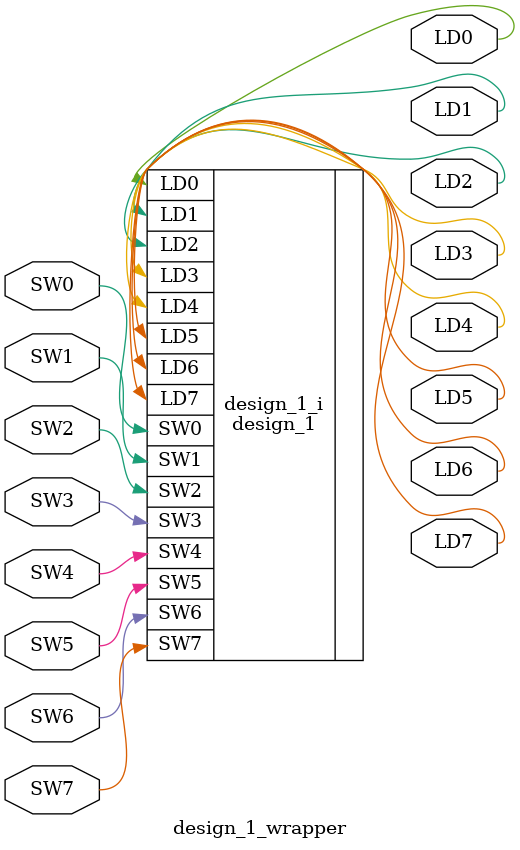
<source format=v>
`timescale 1 ps / 1 ps

module design_1_wrapper
   (LD0,
    LD1,
    LD2,
    LD3,
    LD4,
    LD5,
    LD6,
    LD7,
    SW0,
    SW1,
    SW2,
    SW3,
    SW4,
    SW5,
    SW6,
    SW7);
  output LD0;
  output LD1;
  output LD2;
  output LD3;
  output LD4;
  output LD5;
  output LD6;
  output LD7;
  input SW0;
  input SW1;
  input SW2;
  input SW3;
  input SW4;
  input SW5;
  input SW6;
  input SW7;

  wire LD0;
  wire LD1;
  wire LD2;
  wire LD3;
  wire LD4;
  wire LD5;
  wire LD6;
  wire LD7;
  wire SW0;
  wire SW1;
  wire SW2;
  wire SW3;
  wire SW4;
  wire SW5;
  wire SW6;
  wire SW7;

  design_1 design_1_i
       (.LD0(LD0),
        .LD1(LD1),
        .LD2(LD2),
        .LD3(LD3),
        .LD4(LD4),
        .LD5(LD5),
        .LD6(LD6),
        .LD7(LD7),
        .SW0(SW0),
        .SW1(SW1),
        .SW2(SW2),
        .SW3(SW3),
        .SW4(SW4),
        .SW5(SW5),
        .SW6(SW6),
        .SW7(SW7));
endmodule

</source>
